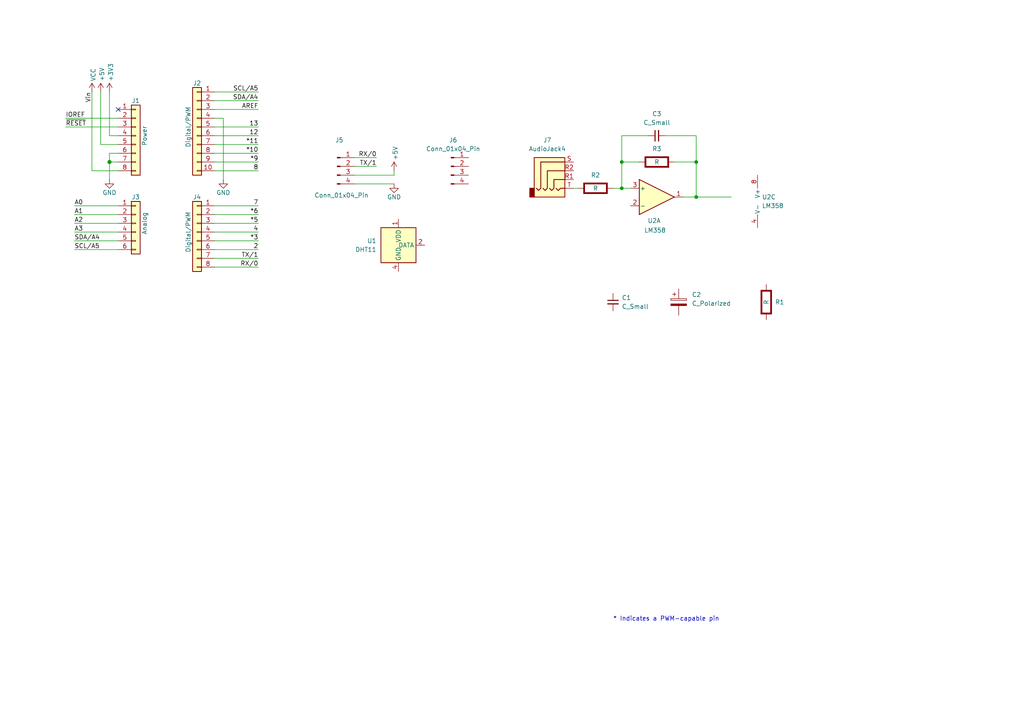
<source format=kicad_sch>
(kicad_sch (version 20231120) (generator "eeschema") (generator_version "8.0")
  (paper "A4")
  (title_block (date "mar. 31 mars 2015"))
  (lib_symbols
    (symbol "Amplifier_Operational:LM358" (pin_names (offset 0.127))
      (property "Reference" "U" (at 0 5.08 0))
      (property "Value" "LM358" (at 0 -5.08 0))
      (symbol "LM358_1_1"
        (polyline (pts (xy -5.08 5.08) (xy 5.08 0) (xy -5.08 -5.08) (xy -5.08 5.08)) (stroke (width 0.254)) (fill (type background)))
        (pin output line (at 7.62 0 180) (length 2.54) (name "~") (number "1"))
        (pin input line (at -7.62 -2.54 0) (length 2.54) (name "-") (number "2"))
        (pin input line (at -7.62 2.54 0) (length 2.54) (name "+") (number "3"))
      )
      (symbol "LM358_2_1"
        (polyline (pts (xy -5.08 5.08) (xy 5.08 0) (xy -5.08 -5.08) (xy -5.08 5.08)) (stroke (width 0.254)) (fill (type background)))
        (pin input line (at -7.62 2.54 0) (length 2.54) (name "+") (number "5"))
        (pin input line (at -7.62 -2.54 0) (length 2.54) (name "-") (number "6"))
        (pin output line (at 7.62 0 180) (length 2.54) (name "~") (number "7"))
      )
      (symbol "LM358_3_1"
        (pin power_in line (at -2.54 -7.62 90) (length 3.81) (name "V-") (number "4"))
        (pin power_in line (at -2.54 7.62 270) (length 3.81) (name "V+") (number "8"))
      )
    )
    (symbol "Connector:Conn_01x04_Pin" (pin_names (offset 1.016) hide)
      (property "Reference" "J" (at 0 5.08 0))
      (property "Value" "Conn_01x04_Pin" (at 0 -7.62 0))
      (symbol "Conn_01x04_Pin_1_1"
        (polyline (pts (xy 1.27 -5.08) (xy 0.8636 -5.08)) (stroke (width 0.1524)))
        (polyline (pts (xy 1.27 -2.54) (xy 0.8636 -2.54)) (stroke (width 0.1524)))
        (polyline (pts (xy 1.27 0) (xy 0.8636 0)) (stroke (width 0.1524)))
        (polyline (pts (xy 1.27 2.54) (xy 0.8636 2.54)) (stroke (width 0.1524)))
        (rectangle (start 0.8636 -4.953) (end 0 -5.207) (stroke (width 0.1524)) (fill (type outline)))
        (rectangle (start 0.8636 -2.413) (end 0 -2.667) (stroke (width 0.1524)) (fill (type outline)))
        (rectangle (start 0.8636 0.127) (end 0 -0.127) (stroke (width 0.1524)) (fill (type outline)))
        (rectangle (start 0.8636 2.667) (end 0 2.413) (stroke (width 0.1524)) (fill (type outline)))
        (pin passive line (at 5.08 2.54 180) (length 3.81) (name "Pin_1") (number "1"))
        (pin passive line (at 5.08 0 180) (length 3.81) (name "Pin_2") (number "2"))
        (pin passive line (at 5.08 -2.54 180) (length 3.81) (name "Pin_3") (number "3"))
        (pin passive line (at 5.08 -5.08 180) (length 3.81) (name "Pin_4") (number "4"))
      )
    )
    (symbol "Connector_Audio:AudioJack4"
      (property "Reference" "J" (at 0 8.89 0))
      (property "Value" "AudioJack4" (at 0 6.35 0))
      (symbol "AudioJack4_0_1"
        (rectangle (start -6.35 -5.08) (end -7.62 -7.62) (stroke (width 0.254)) (fill (type outline)))
        (polyline (pts (xy 0 -5.08) (xy 0.635 -5.715) (xy 1.27 -5.08) (xy 2.54 -5.08)) (stroke (width 0.254)))
        (polyline (pts (xy -5.715 -5.08) (xy -5.08 -5.715) (xy -4.445 -5.08) (xy -4.445 2.54) (xy 2.54 2.54)) (stroke (width 0.254)))
        (polyline (pts (xy -1.905 -5.08) (xy -1.27 -5.715) (xy -0.635 -5.08) (xy -0.635 -2.54) (xy 2.54 -2.54)) (stroke (width 0.254)))
        (polyline (pts (xy 2.54 0) (xy -2.54 0) (xy -2.54 -5.08) (xy -3.175 -5.715) (xy -3.81 -5.08)) (stroke (width 0.254)))
        (rectangle (start 2.54 3.81) (end -6.35 -7.62) (stroke (width 0.254)) (fill (type background)))
      )
      (symbol "AudioJack4_1_1"
        (pin passive line (at 5.08 -2.54 180) (length 2.54) (name "~") (number "R1"))
        (pin passive line (at 5.08 0 180) (length 2.54) (name "~") (number "R2"))
        (pin passive line (at 5.08 2.54 180) (length 2.54) (name "~") (number "S"))
        (pin passive line (at 5.08 -5.08 180) (length 2.54) (name "~") (number "T"))
      )
    )
    (symbol "Connector_Generic:Conn_01x06" (pin_names (offset 1.016) hide)
      (property "Reference" "J" (at 0 7.62 0))
      (property "Value" "Conn_01x06" (at 0 -10.16 0))
      (symbol "Conn_01x06_1_1"
        (rectangle (start -1.27 -7.493) (end 0 -7.747) (stroke (width 0.1524)))
        (rectangle (start -1.27 -4.953) (end 0 -5.207) (stroke (width 0.1524)))
        (rectangle (start -1.27 -2.413) (end 0 -2.667) (stroke (width 0.1524)))
        (rectangle (start -1.27 0.127) (end 0 -0.127) (stroke (width 0.1524)))
        (rectangle (start -1.27 2.667) (end 0 2.413) (stroke (width 0.1524)))
        (rectangle (start -1.27 5.207) (end 0 4.953) (stroke (width 0.1524)))
        (rectangle (start -1.27 6.35) (end 1.27 -8.89) (stroke (width 0.254)) (fill (type background)))
        (pin passive line (at -5.08 5.08 0) (length 3.81) (name "Pin_1") (number "1"))
        (pin passive line (at -5.08 2.54 0) (length 3.81) (name "Pin_2") (number "2"))
        (pin passive line (at -5.08 0 0) (length 3.81) (name "Pin_3") (number "3"))
        (pin passive line (at -5.08 -2.54 0) (length 3.81) (name "Pin_4") (number "4"))
        (pin passive line (at -5.08 -5.08 0) (length 3.81) (name "Pin_5") (number "5"))
        (pin passive line (at -5.08 -7.62 0) (length 3.81) (name "Pin_6") (number "6"))
      )
    )
    (symbol "Connector_Generic:Conn_01x08" (pin_names (offset 1.016) hide)
      (property "Reference" "J" (at 0 10.16 0))
      (property "Value" "Conn_01x08" (at 0 -12.7 0))
      (symbol "Conn_01x08_1_1"
        (rectangle (start -1.27 -10.033) (end 0 -10.287) (stroke (width 0.1524)))
        (rectangle (start -1.27 -7.493) (end 0 -7.747) (stroke (width 0.1524)))
        (rectangle (start -1.27 -4.953) (end 0 -5.207) (stroke (width 0.1524)))
        (rectangle (start -1.27 -2.413) (end 0 -2.667) (stroke (width 0.1524)))
        (rectangle (start -1.27 0.127) (end 0 -0.127) (stroke (width 0.1524)))
        (rectangle (start -1.27 2.667) (end 0 2.413) (stroke (width 0.1524)))
        (rectangle (start -1.27 5.207) (end 0 4.953) (stroke (width 0.1524)))
        (rectangle (start -1.27 7.747) (end 0 7.493) (stroke (width 0.1524)))
        (rectangle (start -1.27 8.89) (end 1.27 -11.43) (stroke (width 0.254)) (fill (type background)))
        (pin passive line (at -5.08 7.62 0) (length 3.81) (name "Pin_1") (number "1"))
        (pin passive line (at -5.08 5.08 0) (length 3.81) (name "Pin_2") (number "2"))
        (pin passive line (at -5.08 2.54 0) (length 3.81) (name "Pin_3") (number "3"))
        (pin passive line (at -5.08 0 0) (length 3.81) (name "Pin_4") (number "4"))
        (pin passive line (at -5.08 -2.54 0) (length 3.81) (name "Pin_5") (number "5"))
        (pin passive line (at -5.08 -5.08 0) (length 3.81) (name "Pin_6") (number "6"))
        (pin passive line (at -5.08 -7.62 0) (length 3.81) (name "Pin_7") (number "7"))
        (pin passive line (at -5.08 -10.16 0) (length 3.81) (name "Pin_8") (number "8"))
      )
    )
    (symbol "Connector_Generic:Conn_01x10" (pin_names (offset 1.016) hide)
      (property "Reference" "J" (at 0 12.7 0))
      (property "Value" "Conn_01x10" (at 0 -15.24 0))
      (symbol "Conn_01x10_1_1"
        (rectangle (start -1.27 -12.573) (end 0 -12.827) (stroke (width 0.1524)))
        (rectangle (start -1.27 -10.033) (end 0 -10.287) (stroke (width 0.1524)))
        (rectangle (start -1.27 -7.493) (end 0 -7.747) (stroke (width 0.1524)))
        (rectangle (start -1.27 -4.953) (end 0 -5.207) (stroke (width 0.1524)))
        (rectangle (start -1.27 -2.413) (end 0 -2.667) (stroke (width 0.1524)))
        (rectangle (start -1.27 0.127) (end 0 -0.127) (stroke (width 0.1524)))
        (rectangle (start -1.27 2.667) (end 0 2.413) (stroke (width 0.1524)))
        (rectangle (start -1.27 5.207) (end 0 4.953) (stroke (width 0.1524)))
        (rectangle (start -1.27 7.747) (end 0 7.493) (stroke (width 0.1524)))
        (rectangle (start -1.27 10.287) (end 0 10.033) (stroke (width 0.1524)))
        (rectangle (start -1.27 11.43) (end 1.27 -13.97) (stroke (width 0.254)) (fill (type background)))
        (pin passive line (at -5.08 10.16 0) (length 3.81) (name "Pin_1") (number "1"))
        (pin passive line (at -5.08 -12.7 0) (length 3.81) (name "Pin_10") (number "10"))
        (pin passive line (at -5.08 7.62 0) (length 3.81) (name "Pin_2") (number "2"))
        (pin passive line (at -5.08 5.08 0) (length 3.81) (name "Pin_3") (number "3"))
        (pin passive line (at -5.08 2.54 0) (length 3.81) (name "Pin_4") (number "4"))
        (pin passive line (at -5.08 0 0) (length 3.81) (name "Pin_5") (number "5"))
        (pin passive line (at -5.08 -2.54 0) (length 3.81) (name "Pin_6") (number "6"))
        (pin passive line (at -5.08 -5.08 0) (length 3.81) (name "Pin_7") (number "7"))
        (pin passive line (at -5.08 -7.62 0) (length 3.81) (name "Pin_8") (number "8"))
        (pin passive line (at -5.08 -10.16 0) (length 3.81) (name "Pin_9") (number "9"))
      )
    )
    (symbol "Device:C_Polarized" (pin_numbers hide) (pin_names (offset 0.254))
      (property "Reference" "C" (at 0.635 2.54 0))
      (property "Value" "C_Polarized" (at 0.635 -2.54 0))
      (symbol "C_Polarized_0_1"
        (rectangle (start -2.286 0.508) (end 2.286 1.016))
        (polyline (pts (xy -1.778 2.286) (xy -0.762 2.286)))
        (polyline (pts (xy -1.27 2.794) (xy -1.27 1.778)))
        (rectangle (start 2.286 -0.508) (end -2.286 -1.016) (fill (type outline)))
      )
      (symbol "C_Polarized_1_1"
        (pin passive line (at 0 3.81 270) (length 2.794) (name "~") (number "1"))
        (pin passive line (at 0 -3.81 90) (length 2.794) (name "~") (number "2"))
      )
    )
    (symbol "Device:C_Small" (pin_numbers hide) (pin_names (offset 0.254) hide)
      (property "Reference" "C" (at 0.254 1.778 0))
      (property "Value" "C_Small" (at 0.254 -2.032 0))
      (symbol "C_Small_0_1"
        (polyline (pts (xy -1.524 -0.508) (xy 1.524 -0.508)) (stroke (width 0.3302)))
        (polyline (pts (xy -1.524 0.508) (xy 1.524 0.508)) (stroke (width 0.3048)))
      )
      (symbol "C_Small_1_1"
        (pin passive line (at 0 2.54 270) (length 2.032) (name "~") (number "1"))
        (pin passive line (at 0 -2.54 90) (length 2.032) (name "~") (number "2"))
      )
    )
    (symbol "PCM_Elektuur:R" (pin_numbers hide) (pin_names (offset 0) hide)
      (property "Reference" "R" (at 2.54 3.175 0))
      (property "Value" "R" (at 0 0 90))
      (symbol "R_1_1"
        (polyline (pts (xy -1.524 -3.429) (xy 1.524 -3.429) (xy 1.524 3.429) (xy -1.524 3.429) (xy -1.524 -3.429) (xy -1.27 -3.175) (xy -1.27 3.175) (xy 1.27 3.175) (xy 1.27 -3.175) (xy -1.27 -3.175) (xy -1.524 -3.429)) (stroke (width 0.254)) (fill (type outline)))
        (pin passive line (at 0 5.08 270) (length 1.651) (name "+") (number "1"))
        (pin passive line (at 0 -5.08 90) (length 1.651) (name "-") (number "2"))
      )
      (symbol "R_1_2"
        (polyline (pts (xy -0.508 -3.429) (xy 1.524 -3.429) (xy 1.524 3.429) (xy -0.508 3.429) (xy -0.508 3.175) (xy 1.27 3.175) (xy 1.27 -3.175) (xy -0.508 -3.175) (xy -0.508 -3.429)) (stroke (width 0.254)) (fill (type outline)))
        (pin passive line (at 0 5.08 270) (length 1.651) (name "+") (number "1"))
        (pin passive line (at 0 -5.08 90) (length 1.651) (name "-") (number "2"))
      )
      (symbol "R_1_3"
        (polyline (pts (xy 0 3.4798) (xy 0 3.2004) (xy 0.7112 2.794) (xy -1.1938 1.6764) (xy 0.7112 0.5588) (xy -1.1938 -0.5588) (xy 0.7112 -1.6764) (xy -1.1938 -2.794) (xy 0 -3.4798) (xy 0 -3.2004) (xy -0.7112 -2.794) (xy 1.1938 -1.6764) (xy -0.7112 -0.5588) (xy 1.1938 0.5588) (xy -0.7112 1.6764) (xy 1.1938 2.794) (xy 0 3.4798)) (stroke (width 0.254)) (fill (type outline)))
        (pin passive line (at 0 5.08 270) (length 1.6002) (name "+") (number "1"))
        (pin passive line (at 0 -5.08 90) (length 1.6002) (name "-") (number "2"))
      )
      (symbol "R_1_4"
        (polyline (pts (xy 0 4.5466) (xy 0 4.2672) (xy 0.0508 4.2418) (xy 1.016 3.683) (xy -1.524 2.2098) (xy 1.016 0.7366) (xy -1.524 -0.7366) (xy 1.016 -2.2098) (xy -1.524 -3.683) (xy -0.0762 -4.5212) (xy 0 -4.5466) (xy 0 -4.2672) (xy -0.0508 -4.2418) (xy -1.016 -3.683) (xy 1.524 -2.2098) (xy -1.016 -0.7366) (xy 1.524 0.7366) (xy -1.016 2.2098) (xy 1.524 3.683) (xy 0.0762 4.5212) (xy 0 4.5466)) (stroke (width 0.254)) (fill (type outline)))
        (pin passive line (at 0 5.08 270) (length 0.5334) (name "+") (number "1"))
        (pin passive line (at 0 -5.08 90) (length 0.5334) (name "-") (number "2"))
      )
    )
    (symbol "Sensor:DHT11"
      (property "Reference" "U" (at -3.81 6.35 0))
      (property "Value" "DHT11" (at 3.81 6.35 0))
      (symbol "DHT11_0_1"
        (rectangle (start -5.08 5.08) (end 5.08 -5.08) (stroke (width 0.254)) (fill (type background)))
      )
      (symbol "DHT11_1_1"
        (pin power_in line (at 0 7.62 270) (length 2.54) (name "VDD") (number "1"))
        (pin bidirectional line (at 7.62 0 180) (length 2.54) (name "DATA") (number "2"))
        (pin no_connect line (at -5.08 0 0) (length 2.54) hide (name "NC") (number "3"))
        (pin power_in line (at 0 -7.62 90) (length 2.54) (name "GND") (number "4"))
      )
    )
    (symbol "power:+3V3" (power) (pin_names (offset 0))
      (property "Value" "+3V3" (at 0 3.556 0))
      (symbol "+3V3_0_1"
        (polyline (pts (xy -0.762 1.27) (xy 0 2.54)))
        (polyline (pts (xy 0 0) (xy 0 2.54)))
        (polyline (pts (xy 0 2.54) (xy 0.762 1.27)))
      )
      (symbol "+3V3_1_1"
        (pin power_in line (at 0 0 90) (length 0) hide (name "+3V3") (number "1"))
      )
    )
    (symbol "power:+5V" (power) (pin_names (offset 0))
      (property "Value" "+5V" (at 0 3.556 0))
      (symbol "+5V_0_1"
        (polyline (pts (xy -0.762 1.27) (xy 0 2.54)))
        (polyline (pts (xy 0 0) (xy 0 2.54)))
        (polyline (pts (xy 0 2.54) (xy 0.762 1.27)))
      )
      (symbol "+5V_1_1"
        (pin power_in line (at 0 0 90) (length 0) hide (name "+5V") (number "1"))
      )
    )
    (symbol "power:GND" (power) (pin_names (offset 0))
      (property "Value" "GND" (at 0 -3.81 0))
      (symbol "GND_0_1"
        (polyline (pts (xy 0 0) (xy 0 -1.27) (xy 1.27 -1.27) (xy 0 -2.54) (xy -1.27 -1.27) (xy 0 -1.27)))
      )
      (symbol "GND_1_1"
        (pin power_in line (at 0 0 270) (length 0) hide (name "GND") (number "1"))
      )
    )
    (symbol "power:VCC" (power) (pin_names (offset 0))
      (property "Value" "VCC" (at 0 3.81 0))
      (symbol "VCC_0_1"
        (polyline (pts (xy -0.762 1.27) (xy 0 2.54)))
        (polyline (pts (xy 0 0) (xy 0 2.54)))
        (polyline (pts (xy 0 2.54) (xy 0.762 1.27)))
      )
      (symbol "VCC_1_1"
        (pin power_in line (at 0 0 90) (length 0) hide (name "VCC") (number "1"))
      )
    )
  )
  (junction (at 180.34 54.61))
  (junction (at 31.75 46.99) (diameter 1.016))
  (junction (at 201.93 46.99))
  (junction (at 180.34 46.99))
  (junction (at 201.93 57.15))
  (no_connect (at 34.29 31.75))
  (wire (pts (xy 62.23 77.47) (xy 74.93 77.47)))
  (wire (pts (xy 177.8 54.61) (xy 180.34 54.61)))
  (wire (pts (xy 201.93 57.15) (xy 212.09 57.15)))
  (wire (pts (xy 62.23 44.45) (xy 74.93 44.45)))
  (wire (pts (xy 201.93 39.37) (xy 193.04 39.37)))
  (wire (pts (xy 62.23 26.67) (xy 74.93 26.67)))
  (wire (pts (xy 185.42 46.99) (xy 180.34 46.99)))
  (wire (pts (xy 201.93 46.99) (xy 201.93 39.37)))
  (wire (pts (xy 180.34 39.37) (xy 180.34 46.99)))
  (wire (pts (xy 31.75 44.45) (xy 31.75 46.99)))
  (wire (pts (xy 21.59 72.39) (xy 34.29 72.39)))
  (wire (pts (xy 198.12 57.15) (xy 201.93 57.15)))
  (wire (pts (xy 31.75 46.99) (xy 31.75 52.07)))
  (wire (pts (xy 31.75 39.37) (xy 34.29 39.37)))
  (wire (pts (xy 29.21 41.91) (xy 34.29 41.91)))
  (wire (pts (xy 29.21 26.67) (xy 29.21 41.91)))
  (wire (pts (xy 187.96 39.37) (xy 180.34 39.37)))
  (wire (pts (xy 62.23 36.83) (xy 74.93 36.83)))
  (wire (pts (xy 201.93 46.99) (xy 195.58 46.99)))
  (wire (pts (xy 31.75 26.67) (xy 31.75 39.37)))
  (wire (pts (xy 62.23 59.69) (xy 74.93 59.69)))
  (wire (pts (xy 34.29 59.69) (xy 21.59 59.69)))
  (wire (pts (xy 62.23 39.37) (xy 74.93 39.37)))
  (wire (pts (xy 62.23 62.23) (xy 74.93 62.23)))
  (wire (pts (xy 201.93 57.15) (xy 201.93 46.99)))
  (wire (pts (xy 166.37 54.61) (xy 167.64 54.61)))
  (wire (pts (xy 62.23 46.99) (xy 74.93 46.99)))
  (wire (pts (xy 102.87 48.26) (xy 109.22 48.26)))
  (wire (pts (xy 62.23 67.31) (xy 74.93 67.31)))
  (wire (pts (xy 180.34 46.99) (xy 180.34 54.61)))
  (wire (pts (xy 19.05 34.29) (xy 34.29 34.29)))
  (wire (pts (xy 102.87 50.8) (xy 114.3 50.8)))
  (wire (pts (xy 64.77 34.29) (xy 64.77 52.07)))
  (wire (pts (xy 114.3 49.53) (xy 114.3 50.8)))
  (wire (pts (xy 62.23 31.75) (xy 74.93 31.75)))
  (wire (pts (xy 34.29 64.77) (xy 21.59 64.77)))
  (wire (pts (xy 19.05 36.83) (xy 34.29 36.83)))
  (wire (pts (xy 34.29 46.99) (xy 31.75 46.99)))
  (wire (pts (xy 34.29 49.53) (xy 26.67 49.53)))
  (wire (pts (xy 21.59 62.23) (xy 34.29 62.23)))
  (wire (pts (xy 102.87 45.72) (xy 109.22 45.72)))
  (wire (pts (xy 62.23 34.29) (xy 64.77 34.29)))
  (wire (pts (xy 34.29 44.45) (xy 31.75 44.45)))
  (wire (pts (xy 180.34 54.61) (xy 182.88 54.61)))
  (wire (pts (xy 62.23 41.91) (xy 74.93 41.91)))
  (wire (pts (xy 102.87 53.34) (xy 114.3 53.34)))
  (wire (pts (xy 62.23 64.77) (xy 74.93 64.77)))
  (wire (pts (xy 21.59 67.31) (xy 34.29 67.31)))
  (wire (pts (xy 62.23 29.21) (xy 74.93 29.21)))
  (wire (pts (xy 62.23 72.39) (xy 74.93 72.39)))
  (wire (pts (xy 62.23 69.85) (xy 74.93 69.85)))
  (wire (pts (xy 62.23 74.93) (xy 74.93 74.93)))
  (wire (pts (xy 26.67 49.53) (xy 26.67 26.67)))
  (wire (pts (xy 34.29 69.85) (xy 21.59 69.85)))
  (wire (pts (xy 62.23 49.53) (xy 74.93 49.53)))
  (text "* Indicates a PWM-capable pin" (at 177.8 180.34 0) (effects (font (size 1.27 1.27)) (justify left bottom)))
  (label "RX{slash}0" (at 74.93 77.47 180))
  (label "A2" (at 21.59 64.77 0))
  (label "4" (at 74.93 67.31 180))
  (label "RX{slash}0" (at 109.22 45.72 180))
  (label "2" (at 74.93 72.39 180))
  (label "A3" (at 21.59 67.31 0))
  (label "13" (at 74.93 36.83 180))
  (label "12" (at 74.93 39.37 180))
  (label "~{RESET}" (at 19.05 36.83 0))
  (label "*10" (at 74.93 44.45 180))
  (label "7" (at 74.93 59.69 180))
  (label "SDA{slash}A4" (at 74.93 29.21 180))
  (label "8" (at 74.93 49.53 180))
  (label "TX{slash}1" (at 109.22 48.26 180))
  (label "*11" (at 74.93 41.91 180))
  (label "*3" (at 74.93 69.85 180))
  (label "A1" (at 21.59 62.23 0))
  (label "TX{slash}1" (at 74.93 74.93 180))
  (label "A0" (at 21.59 59.69 0))
  (label "AREF" (at 74.93 31.75 180))
  (label "Vin" (at 26.67 26.67 270))
  (label "*6" (at 74.93 62.23 180))
  (label "SCL{slash}A5" (at 74.93 26.67 180))
  (label "*9" (at 74.93 46.99 180))
  (label "*5" (at 74.93 64.77 180))
  (label "IOREF" (at 19.05 34.29 0))
  (label "SDA{slash}A4" (at 21.59 69.85 0))
  (label "SCL{slash}A5" (at 21.59 72.39 0))
  (symbol (lib_id "Connector_Generic:Conn_01x08") (at 39.37 39.37 0) (unit 1)
    (property "Reference" "J1" (at 39.37 29.21 0))
    (property "Value" "Power" (at 41.91 39.37 90))
    (property "Footprint" "Connector_PinSocket_2.54mm:PinSocket_1x08_P2.54mm_Vertical" (effects (hide yes)))
  )
  (symbol (lib_id "power:+3V3") (at 31.75 26.67 0) (unit 1)
    (property "Reference" "#PWR03" (effects (hide yes)))
    (property "Value" "+3V3" (at 32.131 23.622 90) (effects (justify left)))
  )
  (symbol (lib_id "power:+5V") (at 29.21 26.67 0) (unit 1)
    (property "Reference" "#PWR02" (effects (hide yes)))
    (property "Value" "+5V" (at 29.5656 23.622 90) (effects (justify left)))
  )
  (symbol (lib_id "power:GND") (at 31.75 52.07 0) (unit 1)
    (property "Reference" "#PWR04" (effects (hide yes)))
    (property "Value" "GND" (at 31.75 55.88 0))
  )
  (symbol (lib_id "Connector_Generic:Conn_01x10") (at 57.15 36.83 0) (mirror y) (unit 1)
    (property "Reference" "J2" (at 57.15 24.13 0))
    (property "Value" "Digital/PWM" (at 54.61 36.83 90))
    (property "Footprint" "Connector_PinSocket_2.54mm:PinSocket_1x10_P2.54mm_Vertical" (effects (hide yes)))
  )
  (symbol (lib_id "power:GND") (at 64.77 52.07 0) (unit 1)
    (property "Reference" "#PWR05" (effects (hide yes)))
    (property "Value" "GND" (at 64.77 55.88 0))
  )
  (symbol (lib_id "Connector_Generic:Conn_01x06") (at 39.37 64.77 0) (unit 1)
    (property "Reference" "J3" (at 39.37 57.15 0))
    (property "Value" "Analog" (at 41.91 64.77 90))
    (property "Footprint" "Connector_PinSocket_2.54mm:PinSocket_1x06_P2.54mm_Vertical" (effects (hide yes)))
  )
  (symbol (lib_id "Connector_Generic:Conn_01x08") (at 57.15 67.31 0) (mirror y) (unit 1)
    (property "Reference" "J4" (at 57.15 57.15 0))
    (property "Value" "Digital/PWM" (at 54.61 67.31 90))
    (property "Footprint" "Connector_PinSocket_2.54mm:PinSocket_1x08_P2.54mm_Vertical" (effects (hide yes)))
  )
  (symbol (lib_id "power:VCC") (at 26.67 26.67 0) (unit 1)
    (property "Reference" "#PWR01" (effects (hide yes)))
    (property "Value" "VCC" (at 27.051 23.622 90) (effects (justify left)))
  )
  (symbol (lib_id "Amplifier_Operational:LM358") (at 190.5 57.15 0) (unit 1)
    (property "Reference" "U2" (at 189.738 64.008 0))
    (property "Value" "LM358" (at 189.992 66.802 0))
    (property "Datasheet" "http://www.ti.com/lit/ds/symlink/lm2904-n.pdf" (effects (hide yes)))
    (property "Description" "Low-Power, Dual Operational Amplifiers, DIP-8/SOIC-8/TO-99-8" (effects (hide yes)))
  )
  (symbol (lib_id "PCM_Elektuur:R") (at 172.72 54.61 90) (unit 1)
    (property "Reference" "R2" (at 172.72 50.8 90))
    (property "Value" "R" (at 172.72 54.61 90))
    (property "Description" "resistor" (effects (hide yes)))
    (property "Indicator" "+" (effects (hide yes)))
    (property "Rating" "W" (effects (hide yes)))
  )
  (symbol (lib_id "Connector_Audio:AudioJack4") (at 161.29 49.53 0) (unit 1)
    (property "Reference" "J7" (at 158.75 40.64 0))
    (property "Value" "AudioJack4" (at 158.75 43.18 0))
    (property "Footprint" "Audio jack:Tayda_3.5mm_stereo_TRS_jack" (effects (hide yes)))
    (property "Description" "Audio Jack, 4 Poles (TRRS)" (effects (hide yes)))
  )
  (symbol (lib_id "power:GND") (at 114.3 53.34 0) (unit 1)
    (property "Reference" "#PWR07" (effects (hide yes)))
    (property "Value" "GND" (at 114.3 57.15 0))
  )
  (symbol (lib_id "Device:C_Small") (at 190.5 39.37 90) (unit 1)
    (property "Reference" "C3" (at 190.5063 33.02 90))
    (property "Value" "C_Small" (at 190.5063 35.56 90))
    (property "Description" "Unpolarized capacitor, small symbol" (effects (hide yes)))
  )
  (symbol (lib_id "Sensor:DHT11") (at 115.57 71.12 0) (unit 1)
    (property "Reference" "U1" (at 109.22 69.8499 0) (effects (justify right)))
    (property "Value" "DHT11" (at 109.22 72.3899 0) (effects (justify right)))
    (property "Footprint" "Sensor:Aosong_DHT11_5.5x12.0_P2.54mm" (effects (hide yes)))
    (property "Datasheet" "http://akizukidenshi.com/download/ds/aosong/DHT11.pdf" (effects (hide yes)))
    (property "Description" "3.3V to 5.5V, temperature and humidity module, DHT11" (effects (hide yes)))
  )
  (symbol (lib_id "Amplifier_Operational:LM358") (at 222.25 58.42 0) (unit 3)
    (property "Reference" "U2" (at 220.98 57.1499 0) (effects (justify left)))
    (property "Value" "LM358" (at 220.98 59.6899 0) (effects (justify left)))
    (property "Datasheet" "http://www.ti.com/lit/ds/symlink/lm2904-n.pdf" (effects (hide yes)))
    (property "Description" "Low-Power, Dual Operational Amplifiers, DIP-8/SOIC-8/TO-99-8" (effects (hide yes)))
  )
  (symbol (lib_id "Connector:Conn_01x04_Pin") (at 130.81 48.26 0) (unit 1)
    (property "Reference" "J6" (at 131.445 40.64 0))
    (property "Value" "Conn_01x04_Pin" (at 131.445 43.18 0))
    (property "Footprint" "Connector_PinSocket_2.54mm:PinSocket_1x04_P2.54mm_Vertical" (effects (hide yes)))
    (property "Description" "Generic connector, single row, 01x04, script generated" (effects (hide yes)))
  )
  (symbol (lib_id "PCM_Elektuur:R") (at 190.5 46.99 90) (unit 1)
    (property "Reference" "R3" (at 190.5 43.18 90))
    (property "Value" "R" (at 190.5 46.99 90))
    (property "Description" "resistor" (effects (hide yes)))
    (property "Indicator" "+" (effects (hide yes)))
    (property "Rating" "W" (effects (hide yes)))
  )
  (symbol (lib_id "PCM_Elektuur:R") (at 222.25 87.63 0) (unit 1)
    (property "Reference" "R1" (at 224.79 87.6299 0) (effects (justify left)))
    (property "Value" "R" (at 222.25 87.63 90))
    (property "Description" "resistor" (effects (hide yes)))
    (property "Indicator" "+" (effects (hide yes)))
    (property "Rating" "W" (effects (hide yes)))
  )
  (symbol (lib_id "Device:C_Polarized") (at 196.85 87.63 0) (unit 1)
    (property "Reference" "C2" (at 200.66 85.4709 0) (effects (justify left)))
    (property "Value" "C_Polarized" (at 200.66 88.0109 0) (effects (justify left)))
    (property "Description" "Polarized capacitor" (effects (hide yes)))
  )
  (symbol (lib_id "Connector:Conn_01x04_Pin") (at 97.79 48.26 0) (unit 1)
    (property "Reference" "J5" (at 98.425 40.64 0))
    (property "Value" "Conn_01x04_Pin" (at 99.06 56.642 0))
    (property "Footprint" "Connector_PinSocket_2.54mm:PinSocket_1x04_P2.54mm_Vertical" (effects (hide yes)))
    (property "Description" "Generic connector, single row, 01x04, script generated" (effects (hide yes)))
  )
  (symbol (lib_id "Device:C_Small") (at 177.8 87.63 0) (unit 1)
    (property "Reference" "C1" (at 180.34 86.3662 0) (effects (justify left)))
    (property "Value" "C_Small" (at 180.34 88.9062 0) (effects (justify left)))
    (property "Description" "Unpolarized capacitor, small symbol" (effects (hide yes)))
  )
  (symbol (lib_id "power:+5V") (at 114.3 49.53 0) (unit 1)
    (property "Reference" "#PWR06" (effects (hide yes)))
    (property "Value" "+5V" (at 114.6556 46.482 90) (effects (justify left)))
  )
)
</source>
